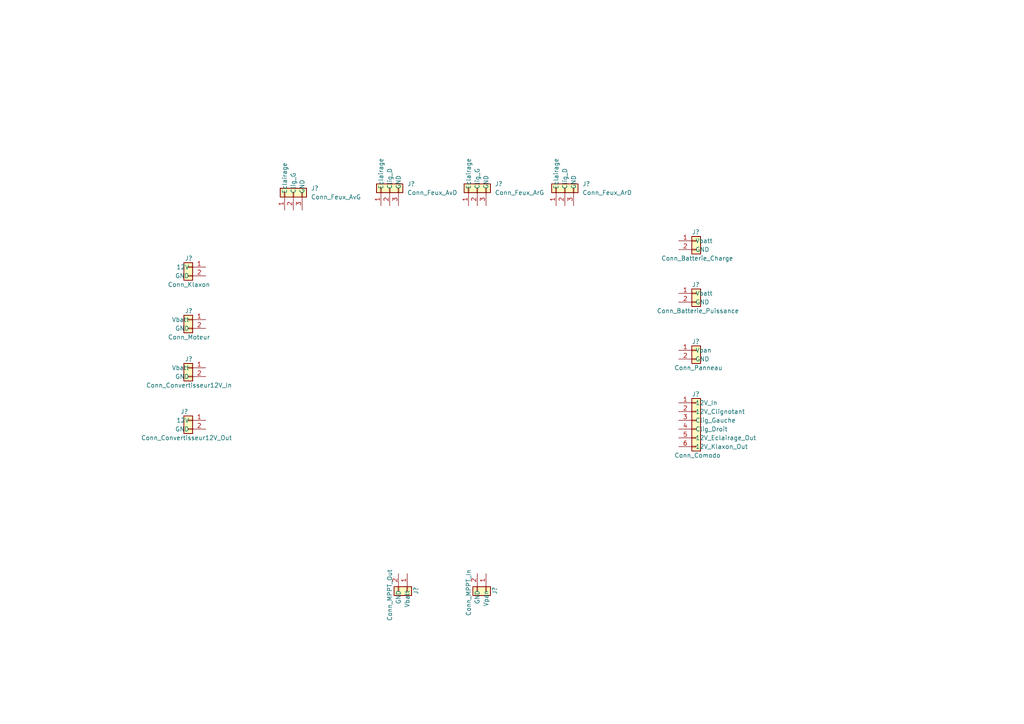
<source format=kicad_sch>
(kicad_sch (version 20211123) (generator eeschema)
  (paper "A4")
  (lib_symbols
    (symbol "circuit:Conn_Batterie_Charge" (pin_names (offset 1.016))
      (property "Reference" "J" (at 0 2.54 0))
      (property "Value" "Conn_Batterie_Charge" (at 0 -5.08 0))
      (symbol "Conn_Batterie_Charge_1_1"
        (rectangle (start -1.27 -2.413) (end 0 -2.667) (stroke (width 0.1524)))
        (rectangle (start -1.27 0.127) (end 0 -0.127) (stroke (width 0.1524)))
        (rectangle (start -1.27 1.27) (end 1.27 -3.81) (stroke (width 0.254)) (fill (type background)))
        (pin power_in line (at -5.08 0 0) (length 3.81) (name "Vbatt") (number "1"))
        (pin power_in line (at -5.08 -2.54 0) (length 3.81) (name "GND") (number "2"))
      )
    )
    (symbol "circuit:Conn_Batterie_Puissance" (pin_names (offset 1.016))
      (property "Reference" "J" (at 0 2.54 0))
      (property "Value" "Conn_Batterie_Puissance" (at 0 -5.08 0))
      (symbol "Conn_Batterie_Puissance_1_1"
        (rectangle (start -1.27 -2.413) (end 0 -2.667) (stroke (width 0.1524)))
        (rectangle (start -1.27 0.127) (end 0 -0.127) (stroke (width 0.1524)))
        (rectangle (start -1.27 1.27) (end 1.27 -3.81) (stroke (width 0.254)) (fill (type background)))
        (pin power_out line (at -5.08 0 0) (length 3.81) (name "Vbatt") (number "1"))
        (pin power_out line (at -5.08 -2.54 0) (length 3.81) (name "GND") (number "2"))
      )
    )
    (symbol "circuit:Conn_Comodo" (pin_names (offset 1.016))
      (property "Reference" "J" (at 0 7.62 0))
      (property "Value" "Conn_Comodo" (at 0 -10.16 0))
      (symbol "Conn_Comodo_1_1"
        (rectangle (start -1.27 -7.493) (end 0 -7.747) (stroke (width 0.1524)))
        (rectangle (start -1.27 -4.953) (end 0 -5.207) (stroke (width 0.1524)))
        (rectangle (start -1.27 -2.413) (end 0 -2.667) (stroke (width 0.1524)))
        (rectangle (start -1.27 0.127) (end 0 -0.127) (stroke (width 0.1524)))
        (rectangle (start -1.27 2.667) (end 0 2.413) (stroke (width 0.1524)))
        (rectangle (start -1.27 5.207) (end 0 4.953) (stroke (width 0.1524)))
        (rectangle (start -1.27 6.35) (end 1.27 -8.89) (stroke (width 0.254)) (fill (type background)))
        (pin power_in line (at -5.08 5.08 0) (length 3.81) (name "12V_In") (number "1"))
        (pin power_in line (at -5.08 2.54 0) (length 3.81) (name "12V_Clignotant") (number "2"))
        (pin power_out line (at -5.08 0 0) (length 3.81) (name "Clig_Gauche") (number "3"))
        (pin power_out line (at -5.08 -2.54 0) (length 3.81) (name "Clig_Droit") (number "4"))
        (pin power_out line (at -5.08 -5.08 0) (length 3.81) (name "12V_Eclairage_Out") (number "5"))
        (pin power_out line (at -5.08 -7.62 0) (length 3.81) (name "12V_Klaxon_Out") (number "6"))
      )
    )
    (symbol "circuit:Conn_Convertisseur12V_In" (pin_names (offset 1.016))
      (property "Reference" "J" (at 0 2.54 0))
      (property "Value" "Conn_Convertisseur12V_In" (at 0 -5.08 0))
      (symbol "Conn_Convertisseur12V_In_1_1"
        (rectangle (start -1.27 -2.413) (end 0 -2.667) (stroke (width 0.1524)))
        (rectangle (start -1.27 0.127) (end 0 -0.127) (stroke (width 0.1524)))
        (rectangle (start -1.27 1.27) (end 1.27 -3.81) (stroke (width 0.254)) (fill (type background)))
        (pin power_in line (at -5.08 0 0) (length 3.81) (name "Vbatt") (number "1"))
        (pin power_in line (at -5.08 -2.54 0) (length 3.81) (name "GND") (number "2"))
      )
    )
    (symbol "circuit:Conn_Convertisseur12V_Out" (pin_names (offset 1.016))
      (property "Reference" "J" (at 0 2.54 0))
      (property "Value" "Conn_Convertisseur12V_Out" (at 0 -5.08 0))
      (symbol "Conn_Convertisseur12V_Out_1_1"
        (rectangle (start -1.27 -2.413) (end 0 -2.667) (stroke (width 0.1524)))
        (rectangle (start -1.27 0.127) (end 0 -0.127) (stroke (width 0.1524)))
        (rectangle (start -1.27 1.27) (end 1.27 -3.81) (stroke (width 0.254)) (fill (type background)))
        (pin power_out line (at -5.08 0 0) (length 3.81) (name "12V") (number "1"))
        (pin power_out line (at -5.08 -2.54 0) (length 3.81) (name "GND") (number "2"))
      )
    )
    (symbol "circuit:Conn_Feux_ArD" (pin_names (offset 1.016))
      (property "Reference" "J" (at 0 5.08 0))
      (property "Value" "Conn_Feux_ArD" (at 0 -5.08 0))
      (symbol "Conn_Feux_ArD_1_1"
        (rectangle (start -1.27 -2.413) (end 0 -2.667) (stroke (width 0.1524)))
        (rectangle (start -1.27 0.127) (end 0 -0.127) (stroke (width 0.1524)))
        (rectangle (start -1.27 2.667) (end 0 2.413) (stroke (width 0.1524)))
        (rectangle (start -1.27 3.81) (end 1.27 -3.81) (stroke (width 0.254)) (fill (type background)))
        (pin power_in line (at -5.08 2.54 0) (length 3.81) (name "Eclairage") (number "1"))
        (pin power_in line (at -5.08 0 0) (length 3.81) (name "Clig_D") (number "2"))
        (pin power_in line (at -5.08 -2.54 0) (length 3.81) (name "GND") (number "3"))
      )
    )
    (symbol "circuit:Conn_Feux_ArG" (pin_names (offset 1.016))
      (property "Reference" "J" (at 0 5.08 0))
      (property "Value" "Conn_Feux_ArG" (at 0 -5.08 0))
      (symbol "Conn_Feux_ArG_1_1"
        (rectangle (start -1.27 -2.413) (end 0 -2.667) (stroke (width 0.1524)))
        (rectangle (start -1.27 0.127) (end 0 -0.127) (stroke (width 0.1524)))
        (rectangle (start -1.27 2.667) (end 0 2.413) (stroke (width 0.1524)))
        (rectangle (start -1.27 3.81) (end 1.27 -3.81) (stroke (width 0.254)) (fill (type background)))
        (pin power_in line (at -5.08 2.54 0) (length 3.81) (name "Eclairage") (number "1"))
        (pin power_in line (at -5.08 0 0) (length 3.81) (name "Clig_G") (number "2"))
        (pin power_in line (at -5.08 -2.54 0) (length 3.81) (name "GND") (number "3"))
      )
    )
    (symbol "circuit:Conn_Feux_AvD" (pin_names (offset 1.016))
      (property "Reference" "J" (at 0 5.08 0))
      (property "Value" "Conn_Feux_AvD" (at 0 -5.08 0))
      (symbol "Conn_Feux_AvD_1_1"
        (rectangle (start -1.27 -2.413) (end 0 -2.667) (stroke (width 0.1524)))
        (rectangle (start -1.27 0.127) (end 0 -0.127) (stroke (width 0.1524)))
        (rectangle (start -1.27 2.667) (end 0 2.413) (stroke (width 0.1524)))
        (rectangle (start -1.27 3.81) (end 1.27 -3.81) (stroke (width 0.254)) (fill (type background)))
        (pin power_in line (at -5.08 2.54 0) (length 3.81) (name "Eclairage") (number "1"))
        (pin power_in line (at -5.08 0 0) (length 3.81) (name "Clig_D") (number "2"))
        (pin power_in line (at -5.08 -2.54 0) (length 3.81) (name "GND") (number "3"))
      )
    )
    (symbol "circuit:Conn_Feux_AvG" (pin_names (offset 1.016))
      (property "Reference" "J" (at 0 5.08 0))
      (property "Value" "Conn_Feux_AvG" (at 0 -5.08 0))
      (symbol "Conn_Feux_AvG_1_1"
        (rectangle (start -1.27 -2.413) (end 0 -2.667) (stroke (width 0.1524)))
        (rectangle (start -1.27 0.127) (end 0 -0.127) (stroke (width 0.1524)))
        (rectangle (start -1.27 2.667) (end 0 2.413) (stroke (width 0.1524)))
        (rectangle (start -1.27 3.81) (end 1.27 -3.81) (stroke (width 0.254)) (fill (type background)))
        (pin power_in line (at -5.08 2.54 0) (length 3.81) (name "Eclairage") (number "1"))
        (pin power_in line (at -5.08 0 0) (length 3.81) (name "Clig_G") (number "2"))
        (pin power_in line (at -5.08 -2.54 0) (length 3.81) (name "GND") (number "3"))
      )
    )
    (symbol "circuit:Conn_Klaxon" (pin_names (offset 1.016))
      (property "Reference" "J" (at 0 2.54 0))
      (property "Value" "Conn_Klaxon" (at 0 -5.08 0))
      (symbol "Conn_Klaxon_1_1"
        (rectangle (start -1.27 -2.413) (end 0 -2.667) (stroke (width 0.1524)))
        (rectangle (start -1.27 0.127) (end 0 -0.127) (stroke (width 0.1524)))
        (rectangle (start -1.27 1.27) (end 1.27 -3.81) (stroke (width 0.254)) (fill (type background)))
        (pin power_out line (at -5.08 0 0) (length 3.81) (name "12V") (number "1"))
        (pin power_out line (at -5.08 -2.54 0) (length 3.81) (name "GND") (number "2"))
      )
    )
    (symbol "circuit:Conn_MPPT_In" (pin_names (offset 1.016))
      (property "Reference" "J" (at 0 2.54 0))
      (property "Value" "Conn_MPPT_In" (at 0 -5.08 0))
      (symbol "Conn_MPPT_In_1_1"
        (rectangle (start -1.27 -2.413) (end 0 -2.667) (stroke (width 0.1524)))
        (rectangle (start -1.27 0.127) (end 0 -0.127) (stroke (width 0.1524)))
        (rectangle (start -1.27 1.27) (end 1.27 -3.81) (stroke (width 0.254)) (fill (type background)))
        (pin power_in line (at -5.08 0 0) (length 3.81) (name "Vpan") (number "1"))
        (pin power_in line (at -5.08 -2.54 0) (length 3.81) (name "GND") (number "2"))
      )
    )
    (symbol "circuit:Conn_MPPT_Out" (pin_names (offset 1.016))
      (property "Reference" "J" (at 0 2.54 0))
      (property "Value" "Conn_MPPT_Out" (at 0 -5.08 0))
      (symbol "Conn_MPPT_Out_1_1"
        (rectangle (start -1.27 -2.413) (end 0 -2.667) (stroke (width 0.1524)))
        (rectangle (start -1.27 0.127) (end 0 -0.127) (stroke (width 0.1524)))
        (rectangle (start -1.27 1.27) (end 1.27 -3.81) (stroke (width 0.254)) (fill (type background)))
        (pin power_out line (at -5.08 0 0) (length 3.81) (name "Vbatt") (number "1"))
        (pin power_out line (at -5.08 -2.54 0) (length 3.81) (name "GND") (number "2"))
      )
    )
    (symbol "circuit:Conn_Moteur" (pin_names (offset 1.016))
      (property "Reference" "J" (at 0 2.54 0))
      (property "Value" "Conn_Moteur" (at 0 -5.08 0))
      (symbol "Conn_Moteur_1_1"
        (rectangle (start -1.27 -2.413) (end 0 -2.667) (stroke (width 0.1524)))
        (rectangle (start -1.27 0.127) (end 0 -0.127) (stroke (width 0.1524)))
        (rectangle (start -1.27 1.27) (end 1.27 -3.81) (stroke (width 0.254)) (fill (type background)))
        (pin power_in line (at -5.08 0 0) (length 3.81) (name "Vbatt") (number "1"))
        (pin power_in line (at -5.08 -2.54 0) (length 3.81) (name "GND") (number "2"))
      )
    )
    (symbol "circuit:Conn_Panneau" (pin_names (offset 1.016))
      (property "Reference" "J" (at 0 2.54 0))
      (property "Value" "Conn_Panneau" (at 0 -5.08 0))
      (symbol "Conn_Panneau_1_1"
        (rectangle (start -1.27 -2.413) (end 0 -2.667) (stroke (width 0.1524)))
        (rectangle (start -1.27 0.127) (end 0 -0.127) (stroke (width 0.1524)))
        (rectangle (start -1.27 1.27) (end 1.27 -3.81) (stroke (width 0.254)) (fill (type background)))
        (pin power_out line (at -5.08 0 0) (length 3.81) (name "Vpan") (number "1"))
        (pin power_out line (at -5.08 -2.54 0) (length 3.81) (name "GND") (number "2"))
      )
    )
  )
  (symbol (lib_id "circuit:Conn_Convertisseur12V_In") (at 54.61 106.68 0) (mirror y) (unit 1)
    (property "Reference" "J?" (at 55.88 104.14 0) (effects (justify left)))
    (property "Value" "Conn_Convertisseur12V_In" (at 67.31 111.76 0) (effects (justify left)))
  )
  (symbol (lib_id "circuit:Conn_Feux_ArD") (at 163.83 54.61 90) (unit 1)
    (property "Reference" "J?" (at 168.91 53.3399 90) (effects (justify right)))
    (property "Value" "Conn_Feux_ArD" (at 168.91 55.8799 90) (effects (justify right)))
  )
  (symbol (lib_id "circuit:Conn_Feux_AvG") (at 85.09 55.88 90) (unit 1)
    (property "Reference" "J?" (at 90.17 54.6099 90) (effects (justify right)))
    (property "Value" "Conn_Feux_AvG" (at 90.17 57.1499 90) (effects (justify right)))
  )
  (symbol (lib_id "circuit:Conn_Klaxon") (at 54.61 77.47 0) (mirror y) (unit 1)
    (property "Reference" "J?" (at 55.88 74.93 0) (effects (justify left)))
    (property "Value" "Conn_Klaxon" (at 60.96 82.55 0) (effects (justify left)))
  )
  (symbol (lib_id "circuit:Conn_Batterie_Puissance") (at 201.93 85.09 0) (unit 1)
    (property "Reference" "J?" (at 200.66 82.55 0) (effects (justify left)))
    (property "Value" "Conn_Batterie_Puissance" (at 190.5 90.17 0) (effects (justify left)))
  )
  (symbol (lib_id "circuit:Conn_Moteur") (at 54.61 92.71 0) (mirror y) (unit 1)
    (property "Reference" "J?" (at 55.88 90.17 0) (effects (justify left)))
    (property "Value" "Conn_Moteur" (at 60.96 97.79 0) (effects (justify left)))
  )
  (symbol (lib_id "circuit:Conn_Convertisseur12V_Out") (at 54.61 121.92 0) (mirror y) (unit 1)
    (property "Reference" "J?" (at 54.61 119.38 0) (effects (justify left)))
    (property "Value" "Conn_Convertisseur12V_Out" (at 67.31 127 0) (effects (justify left)))
  )
  (symbol (lib_id "circuit:Conn_MPPT_In") (at 140.97 171.45 270) (unit 1)
    (property "Reference" "J?" (at 143.51 170.18 0) (effects (justify left)))
    (property "Value" "Conn_MPPT_In" (at 135.89 165.1 0) (effects (justify left)))
  )
  (symbol (lib_id "circuit:Conn_Panneau") (at 201.93 101.6 0) (unit 1)
    (property "Reference" "J?" (at 200.66 99.06 0) (effects (justify left)))
    (property "Value" "Conn_Panneau" (at 195.58 106.68 0) (effects (justify left)))
  )
  (symbol (lib_id "circuit:Conn_Batterie_Charge") (at 201.93 69.85 0) (unit 1)
    (property "Reference" "J?" (at 200.66 67.31 0) (effects (justify left)))
    (property "Value" "Conn_Batterie_Charge" (at 191.77 74.93 0) (effects (justify left)))
  )
  (symbol (lib_id "circuit:Conn_Comodo") (at 201.93 121.92 0) (unit 1)
    (property "Reference" "J?" (at 200.66 114.3 0) (effects (justify left)))
    (property "Value" "Conn_Comodo" (at 195.58 132.08 0) (effects (justify left)))
  )
  (symbol (lib_id "circuit:Conn_MPPT_Out") (at 118.11 171.45 270) (unit 1)
    (property "Reference" "J?" (at 120.65 170.18 0) (effects (justify left)))
    (property "Value" "Conn_MPPT_Out" (at 113.03 165.1 0) (effects (justify left)))
  )
  (symbol (lib_id "circuit:Conn_Feux_AvD") (at 113.03 54.61 90) (unit 1)
    (property "Reference" "J?" (at 118.11 53.3399 90) (effects (justify right)))
    (property "Value" "Conn_Feux_AvD" (at 118.11 55.8799 90) (effects (justify right)))
  )
  (symbol (lib_id "circuit:Conn_Feux_ArG") (at 138.43 54.61 90) (unit 1)
    (property "Reference" "J?" (at 143.51 53.3399 90) (effects (justify right)))
    (property "Value" "Conn_Feux_ArG" (at 143.51 55.8799 90) (effects (justify right)))
  )
)
</source>
